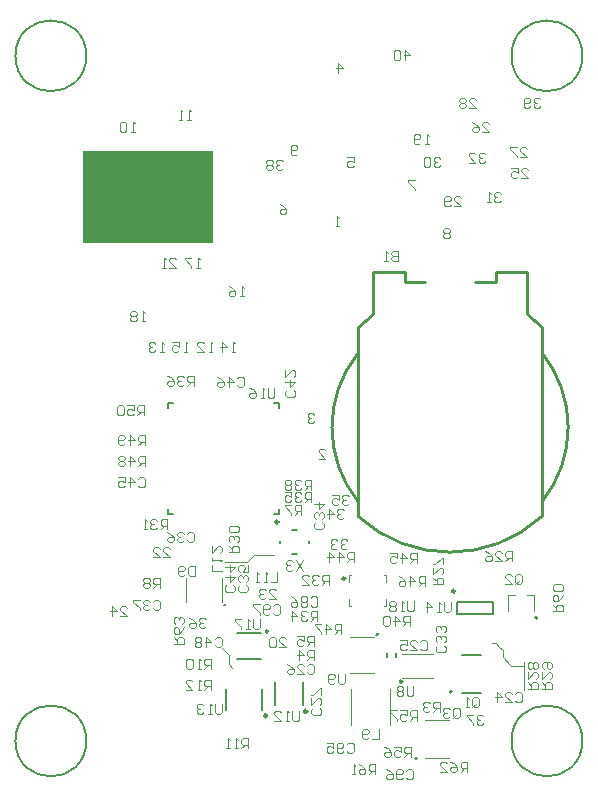
<source format=gbo>
G04*
G04 #@! TF.GenerationSoftware,Altium Limited,Altium Designer,19.1.5 (86)*
G04*
G04 Layer_Color=32896*
%FSLAX44Y44*%
%MOMM*%
G71*
G01*
G75*
%ADD10C,0.1500*%
%ADD11C,0.2500*%
%ADD12C,0.2540*%
%ADD15C,0.2000*%
%ADD16C,0.1000*%
%ADD18C,0.1200*%
%ADD205C,0.2400*%
%ADD206R,11.0000X7.7500*%
D10*
X388500Y112750D02*
X404500D01*
X388500Y80750D02*
X404500D01*
D11*
X382250Y166750D02*
G03*
X382250Y166750I-1250J0D01*
G01*
X232650Y225350D02*
G03*
X232650Y225350I-1250J0D01*
G01*
D12*
X337500Y90500D02*
G03*
X337500Y90500I-1000J0D01*
G01*
X300000Y230251D02*
G03*
X455751Y230011I78006J84502D01*
G01*
X300000Y368251D02*
G03*
X300000Y242751I78477J-62750D01*
G01*
X456000Y242751D02*
G03*
X456000Y368251I-78477J62750D01*
G01*
X187559Y155000D02*
G03*
X187559Y155000I-559J0D01*
G01*
X316559Y130250D02*
G03*
X316559Y130250I-559J0D01*
G01*
X222800Y61280D02*
G03*
X222800Y61280I-1270J0D01*
G01*
X257050Y65000D02*
G03*
X257050Y65000I-1300J0D01*
G01*
X224000Y133000D02*
G03*
X224000Y133000I-1000J0D01*
G01*
X443032Y401288D02*
X456000Y390012D01*
Y230251D02*
Y390012D01*
X443032Y401288D02*
Y437251D01*
X443000D02*
X443032D01*
X443000D02*
Y437251D01*
X416500D02*
X443000D01*
X416500Y428251D02*
Y437251D01*
X399000Y428251D02*
X416500D01*
X339500D02*
X357000D01*
X339500D02*
Y437251D01*
X313000Y437251D02*
X339500D01*
X313000Y437251D02*
Y437251D01*
X312968Y437251D02*
X313000D01*
X312968Y401288D02*
Y437251D01*
X300000Y230251D02*
Y390012D01*
X312968Y401288D01*
D15*
X452000Y144250D02*
G03*
X452000Y144250I-1000J0D01*
G01*
X70000Y40000D02*
G03*
X70000Y40000I-30000J0D01*
G01*
X490000D02*
G03*
X490000Y40000I-30000J0D01*
G01*
X70000Y620000D02*
G03*
X70000Y620000I-30000J0D01*
G01*
X490000D02*
G03*
X490000Y620000I-30000J0D01*
G01*
X379720Y81510D02*
G03*
X379720Y81510I-1000J0D01*
G01*
X350000Y25000D02*
G03*
X350000Y25000I-1000J0D01*
G01*
X218990Y66360D02*
Y84140D01*
X188510Y66360D02*
Y84140D01*
X253750Y70000D02*
Y90000D01*
X229750Y70000D02*
Y90000D01*
X324500Y111250D02*
Y114250D01*
X332000Y111250D02*
Y114250D01*
X383500Y147500D02*
X414500D01*
X383500Y157500D02*
X414500D01*
Y147500D02*
Y157500D01*
X383500Y147500D02*
Y157500D01*
X198000Y109000D02*
X218000D01*
X198000Y131000D02*
X218000D01*
X228750Y231850D02*
X232900D01*
Y236000D01*
Y321500D02*
Y325650D01*
X228750D02*
X232900D01*
X139100D02*
X143250D01*
X139100Y321500D02*
Y325650D01*
Y231850D02*
X143250D01*
X139100D02*
Y236000D01*
X244500Y198250D02*
X248500D01*
X258500Y207250D02*
Y209250D01*
X244500Y218250D02*
X248500D01*
X234000Y207250D02*
Y209250D01*
D16*
X449000Y150250D02*
Y163250D01*
X427000Y150250D02*
Y163250D01*
X433000D01*
X443000Y163250D02*
X449000Y163250D01*
X337500Y93500D02*
X363500D01*
X337500Y113500D02*
X363500D01*
X184500Y157500D02*
Y177500D01*
X154500Y157500D02*
Y177500D01*
X293500Y97750D02*
X313500D01*
X293500Y127750D02*
X313500D01*
X190750Y104750D02*
X193750Y101750D01*
X187500Y191500D02*
X206250D01*
X212000Y197250D01*
X229250D01*
X429500Y103750D02*
X440250D01*
X416750Y122500D02*
X419750Y119500D01*
X422500Y110750D02*
X429500Y103750D01*
X440250Y83500D02*
Y106750D01*
Y92000D02*
Y106750D01*
X422500Y110750D02*
Y116750D01*
X419750Y119500D02*
X422500Y116750D01*
X185125Y118625D02*
X190750Y113000D01*
Y104750D02*
Y113000D01*
X327260Y53260D02*
Y83740D01*
X294240Y53260D02*
Y83740D01*
X413750Y122500D02*
X416750D01*
X292500Y154500D02*
Y160500D01*
Y154500D02*
X294000D01*
X322000Y180500D02*
X323500D01*
Y174500D02*
Y180500D01*
Y154500D02*
Y160500D01*
X322000Y154500D02*
X323500D01*
X292500Y180500D02*
X294000D01*
X292500Y174500D02*
Y180500D01*
X357000Y57500D02*
X377000D01*
X357000Y25500D02*
X377000D01*
D18*
X228335Y154081D02*
X229751Y155497D01*
X232584D01*
X234000Y154081D01*
Y148416D01*
X232584Y147000D01*
X229751D01*
X228335Y148416D01*
X225503D02*
X224086Y147000D01*
X221254D01*
X219838Y148416D01*
Y154081D01*
X221254Y155497D01*
X224086D01*
X225503Y154081D01*
Y152665D01*
X224086Y151249D01*
X219838D01*
X217006Y155497D02*
X211341D01*
Y154081D01*
X217006Y148416D01*
Y147000D01*
X144000Y122143D02*
X152497D01*
Y126392D01*
X151081Y127808D01*
X148248D01*
X146832Y126392D01*
Y122143D01*
Y124976D02*
X144000Y127808D01*
X152497Y136306D02*
X151081Y133473D01*
X148248Y130641D01*
X145416D01*
X144000Y132057D01*
Y134889D01*
X145416Y136306D01*
X146832D01*
X148248Y134889D01*
Y130641D01*
X151081Y139138D02*
X152497Y140554D01*
Y143387D01*
X151081Y144803D01*
X149665D01*
X148248Y143387D01*
Y141970D01*
Y143387D01*
X146832Y144803D01*
X145416D01*
X144000Y143387D01*
Y140554D01*
X145416Y139138D01*
X161750Y187997D02*
Y179500D01*
X157501D01*
X156085Y180916D01*
Y186581D01*
X157501Y187997D01*
X161750D01*
X153253Y180916D02*
X151837Y179500D01*
X149004D01*
X147588Y180916D01*
Y186581D01*
X149004Y187997D01*
X151837D01*
X153253Y186581D01*
Y185165D01*
X151837Y183749D01*
X147588D01*
X289000Y96997D02*
Y89916D01*
X287584Y88500D01*
X284751D01*
X283335Y89916D01*
Y96997D01*
X280503Y89916D02*
X279086Y88500D01*
X276254D01*
X274838Y89916D01*
Y95581D01*
X276254Y96997D01*
X279086D01*
X280503Y95581D01*
Y94165D01*
X279086Y92749D01*
X274838D01*
X349750Y57250D02*
Y65747D01*
X345501D01*
X344085Y64331D01*
Y61499D01*
X345501Y60082D01*
X349750D01*
X346918D02*
X344085Y57250D01*
X335588Y65747D02*
X341253D01*
Y61499D01*
X338420Y62915D01*
X337004D01*
X335588Y61499D01*
Y58666D01*
X337004Y57250D01*
X339837D01*
X341253Y58666D01*
X332756Y65747D02*
X327091D01*
Y64331D01*
X332756Y58666D01*
Y57250D01*
X345000Y26500D02*
Y34997D01*
X340751D01*
X339335Y33581D01*
Y30749D01*
X340751Y29332D01*
X345000D01*
X342168D02*
X339335Y26500D01*
X330838Y34997D02*
X336503D01*
Y30749D01*
X333670Y32165D01*
X332254D01*
X330838Y30749D01*
Y27916D01*
X332254Y26500D01*
X335087D01*
X336503Y27916D01*
X322341Y34997D02*
X325173Y33581D01*
X328005Y30749D01*
Y27916D01*
X326589Y26500D01*
X323757D01*
X322341Y27916D01*
Y29332D01*
X323757Y30749D01*
X328005D01*
X380835Y61166D02*
Y66831D01*
X382251Y68247D01*
X385084D01*
X386500Y66831D01*
Y61166D01*
X385084Y59750D01*
X382251D01*
X383668Y62583D02*
X380835Y59750D01*
X382251D02*
X380835Y61166D01*
X378003Y66831D02*
X376586Y68247D01*
X373754D01*
X372338Y66831D01*
Y65415D01*
X373754Y63999D01*
X375170D01*
X373754D01*
X372338Y62583D01*
Y61166D01*
X373754Y59750D01*
X376586D01*
X378003Y61166D01*
X433335Y174166D02*
Y179831D01*
X434751Y181247D01*
X437584D01*
X439000Y179831D01*
Y174166D01*
X437584Y172750D01*
X434751D01*
X436168Y175582D02*
X433335Y172750D01*
X434751D02*
X433335Y174166D01*
X424838Y172750D02*
X430503D01*
X424838Y178415D01*
Y179831D01*
X426254Y181247D01*
X429086D01*
X430503Y179831D01*
X340251Y616250D02*
Y624747D01*
X344500Y620499D01*
X338835D01*
X336003Y623331D02*
X334586Y624747D01*
X331754D01*
X330338Y623331D01*
Y617666D01*
X331754Y616250D01*
X334586D01*
X336003Y617666D01*
Y623331D01*
X454500Y583081D02*
X453084Y584497D01*
X450251D01*
X448835Y583081D01*
Y581665D01*
X450251Y580249D01*
X451668D01*
X450251D01*
X448835Y578832D01*
Y577416D01*
X450251Y576000D01*
X453084D01*
X454500Y577416D01*
X446003D02*
X444586Y576000D01*
X441754D01*
X440338Y577416D01*
Y583081D01*
X441754Y584497D01*
X444586D01*
X446003Y583081D01*
Y581665D01*
X444586Y580249D01*
X440338D01*
X171250Y142831D02*
X169834Y144247D01*
X167001D01*
X165585Y142831D01*
Y141415D01*
X167001Y139999D01*
X168418D01*
X167001D01*
X165585Y138582D01*
Y137166D01*
X167001Y135750D01*
X169834D01*
X171250Y137166D01*
X157088Y144247D02*
X159920Y142831D01*
X162753Y139999D01*
Y137166D01*
X161336Y135750D01*
X158504D01*
X157088Y137166D01*
Y138582D01*
X158504Y139999D01*
X162753D01*
X292500Y247081D02*
X291084Y248497D01*
X288251D01*
X286835Y247081D01*
Y245665D01*
X288251Y244249D01*
X289668D01*
X288251D01*
X286835Y242832D01*
Y241416D01*
X288251Y240000D01*
X291084D01*
X292500Y241416D01*
X278338Y248497D02*
X284003D01*
Y244249D01*
X281170Y245665D01*
X279754D01*
X278338Y244249D01*
Y241416D01*
X279754Y240000D01*
X282586D01*
X284003Y241416D01*
X291000Y209331D02*
X289584Y210747D01*
X286751D01*
X285335Y209331D01*
Y207915D01*
X286751Y206499D01*
X288168D01*
X286751D01*
X285335Y205082D01*
Y203666D01*
X286751Y202250D01*
X289584D01*
X291000Y203666D01*
X282503Y209331D02*
X281087Y210747D01*
X278254D01*
X276838Y209331D01*
Y207915D01*
X278254Y206499D01*
X279670D01*
X278254D01*
X276838Y205082D01*
Y203666D01*
X278254Y202250D01*
X281087D01*
X282503Y203666D01*
X408000Y536581D02*
X406584Y537997D01*
X403751D01*
X402335Y536581D01*
Y535165D01*
X403751Y533749D01*
X405168D01*
X403751D01*
X402335Y532332D01*
Y530916D01*
X403751Y529500D01*
X406584D01*
X408000Y530916D01*
X393838Y529500D02*
X399503D01*
X393838Y535165D01*
Y536581D01*
X395254Y537997D01*
X398087D01*
X399503Y536581D01*
X420750Y503081D02*
X419334Y504497D01*
X416501D01*
X415085Y503081D01*
Y501665D01*
X416501Y500249D01*
X417918D01*
X416501D01*
X415085Y498832D01*
Y497416D01*
X416501Y496000D01*
X419334D01*
X420750Y497416D01*
X412253Y496000D02*
X409420D01*
X410836D01*
Y504497D01*
X412253Y503081D01*
X369750Y533081D02*
X368334Y534497D01*
X365501D01*
X364085Y533081D01*
Y531665D01*
X365501Y530249D01*
X366918D01*
X365501D01*
X364085Y528832D01*
Y527416D01*
X365501Y526000D01*
X368334D01*
X369750Y527416D01*
X361253Y533081D02*
X359837Y534497D01*
X357004D01*
X355588Y533081D01*
Y527416D01*
X357004Y526000D01*
X359837D01*
X361253Y527416D01*
Y533081D01*
X381335Y492500D02*
X387000D01*
X381335Y498165D01*
Y499581D01*
X382751Y500997D01*
X385584D01*
X387000Y499581D01*
X378503Y493916D02*
X377086Y492500D01*
X374254D01*
X372838Y493916D01*
Y499581D01*
X374254Y500997D01*
X377086D01*
X378503Y499581D01*
Y498165D01*
X377086Y496749D01*
X372838D01*
X394085Y575750D02*
X399750D01*
X394085Y581415D01*
Y582831D01*
X395501Y584247D01*
X398334D01*
X399750Y582831D01*
X391253D02*
X389837Y584247D01*
X387004D01*
X385588Y582831D01*
Y581415D01*
X387004Y579999D01*
X385588Y578582D01*
Y577166D01*
X387004Y575750D01*
X389837D01*
X391253Y577166D01*
Y578582D01*
X389837Y579999D01*
X391253Y581415D01*
Y582831D01*
X389837Y579999D02*
X387004D01*
X437585Y534000D02*
X443250D01*
X437585Y539665D01*
Y541081D01*
X439001Y542497D01*
X441834D01*
X443250Y541081D01*
X434753Y542497D02*
X429088D01*
Y541081D01*
X434753Y535416D01*
Y534000D01*
X405085Y555500D02*
X410750D01*
X405085Y561165D01*
Y562581D01*
X406501Y563997D01*
X409334D01*
X410750Y562581D01*
X396588Y563997D02*
X399420Y562581D01*
X402253Y559749D01*
Y556916D01*
X400836Y555500D01*
X398004D01*
X396588Y556916D01*
Y558332D01*
X398004Y559749D01*
X402253D01*
X438335Y516500D02*
X444000D01*
X438335Y522165D01*
Y523581D01*
X439751Y524997D01*
X442584D01*
X444000Y523581D01*
X429838Y524997D02*
X435503D01*
Y520749D01*
X432670Y522165D01*
X431254D01*
X429838Y520749D01*
Y517916D01*
X431254Y516500D01*
X434086D01*
X435503Y517916D01*
X155500Y369500D02*
X152668D01*
X154084D01*
Y377997D01*
X155500Y376581D01*
X142754Y377997D02*
X148419D01*
Y373749D01*
X145587Y375165D01*
X144170D01*
X142754Y373749D01*
Y370916D01*
X144170Y369500D01*
X147003D01*
X148419Y370916D01*
X196000Y369500D02*
X193168D01*
X194584D01*
Y377997D01*
X196000Y376581D01*
X184670Y369500D02*
Y377997D01*
X188919Y373749D01*
X183254D01*
X135500Y369250D02*
X132668D01*
X134084D01*
Y377747D01*
X135500Y376331D01*
X128419D02*
X127003Y377747D01*
X124170D01*
X122754Y376331D01*
Y374915D01*
X124170Y373499D01*
X125587D01*
X124170D01*
X122754Y372082D01*
Y370666D01*
X124170Y369250D01*
X127003D01*
X128419Y370666D01*
X176750Y369500D02*
X173918D01*
X175334D01*
Y377997D01*
X176750Y376581D01*
X164004Y369500D02*
X169669D01*
X164004Y375165D01*
Y376581D01*
X165420Y377997D01*
X168253D01*
X169669Y376581D01*
X158500Y566000D02*
X155668D01*
X157084D01*
Y574498D01*
X158500Y573081D01*
X151419Y566000D02*
X148587D01*
X150003D01*
Y574498D01*
X151419Y573081D01*
X111000Y555750D02*
X108168D01*
X109584D01*
Y564247D01*
X111000Y562831D01*
X103919D02*
X102503Y564247D01*
X99670D01*
X98254Y562831D01*
Y557166D01*
X99670Y555750D01*
X102503D01*
X103919Y557166D01*
Y562831D01*
X263000Y316081D02*
X261584Y317497D01*
X258751D01*
X257335Y316081D01*
Y314665D01*
X258751Y313249D01*
X260168D01*
X258751D01*
X257335Y311832D01*
Y310416D01*
X258751Y309000D01*
X261584D01*
X263000Y310416D01*
X98585Y145500D02*
X104250D01*
X98585Y151165D01*
Y152581D01*
X100001Y153997D01*
X102834D01*
X104250Y152581D01*
X91504Y145500D02*
Y153997D01*
X95753Y149749D01*
X90088D01*
X225085Y160500D02*
X230750D01*
X225085Y166165D01*
Y167581D01*
X226501Y168997D01*
X229334D01*
X230750Y167581D01*
X222253D02*
X220837Y168997D01*
X218004D01*
X216588Y167581D01*
Y166165D01*
X218004Y164749D01*
X219420D01*
X218004D01*
X216588Y163332D01*
Y161916D01*
X218004Y160500D01*
X220837D01*
X222253Y161916D01*
X265750Y141750D02*
Y150247D01*
X261501D01*
X260085Y148831D01*
Y145999D01*
X261501Y144582D01*
X265750D01*
X262918D02*
X260085Y141750D01*
X257253Y148831D02*
X255837Y150247D01*
X253004D01*
X251588Y148831D01*
Y147415D01*
X253004Y145999D01*
X254420D01*
X253004D01*
X251588Y144582D01*
Y143166D01*
X253004Y141750D01*
X255837D01*
X257253Y143166D01*
X244507Y141750D02*
Y150247D01*
X248755Y145999D01*
X243091D01*
X333750Y454748D02*
Y446250D01*
X329501D01*
X328085Y447667D01*
Y449083D01*
X329501Y450499D01*
X333750D01*
X329501D01*
X328085Y451915D01*
Y453332D01*
X329501Y454748D01*
X333750D01*
X325253Y446250D02*
X322420D01*
X323837D01*
Y454748D01*
X325253Y453332D01*
X284000Y476000D02*
X281168D01*
X282584D01*
Y484497D01*
X284000Y483081D01*
X266835Y279000D02*
X272500D01*
X266835Y284665D01*
Y286081D01*
X268251Y287497D01*
X271084D01*
X272500Y286081D01*
X282751Y605750D02*
Y614247D01*
X287000Y609999D01*
X281335D01*
X291085Y533997D02*
X296750D01*
Y529749D01*
X293918Y531165D01*
X292501D01*
X291085Y529749D01*
Y526916D01*
X292501Y525500D01*
X295334D01*
X296750Y526916D01*
X233835Y494497D02*
X236668Y493081D01*
X239500Y490249D01*
Y487416D01*
X238084Y486000D01*
X235251D01*
X233835Y487416D01*
Y488833D01*
X235251Y490249D01*
X239500D01*
X348250Y514497D02*
X342585D01*
Y513081D01*
X348250Y507416D01*
Y506000D01*
X378000Y472581D02*
X376584Y473997D01*
X373751D01*
X372335Y472581D01*
Y471165D01*
X373751Y469749D01*
X372335Y468332D01*
Y466916D01*
X373751Y465500D01*
X376584D01*
X378000Y466916D01*
Y468332D01*
X376584Y469749D01*
X378000Y471165D01*
Y472581D01*
X376584Y469749D02*
X373751D01*
X248750Y537166D02*
X247334Y535750D01*
X244501D01*
X243085Y537166D01*
Y542831D01*
X244501Y544247D01*
X247334D01*
X248750Y542831D01*
Y541415D01*
X247334Y539999D01*
X243085D01*
X203250Y416250D02*
X200418D01*
X201834D01*
Y424747D01*
X203250Y423331D01*
X190504Y424747D02*
X193337Y423331D01*
X196169Y420499D01*
Y417666D01*
X194753Y416250D01*
X191920D01*
X190504Y417666D01*
Y419083D01*
X191920Y420499D01*
X196169D01*
X166000Y440750D02*
X163168D01*
X164584D01*
Y449247D01*
X166000Y447831D01*
X158919Y449247D02*
X153254D01*
Y447831D01*
X158919Y442166D01*
Y440750D01*
X119750Y395250D02*
X116917D01*
X118334D01*
Y403747D01*
X119750Y402331D01*
X112669D02*
X111253Y403747D01*
X108420D01*
X107004Y402331D01*
Y400915D01*
X108420Y399499D01*
X107004Y398082D01*
Y396666D01*
X108420Y395250D01*
X111253D01*
X112669Y396666D01*
Y398082D01*
X111253Y399499D01*
X112669Y400915D01*
Y402331D01*
X111253Y399499D02*
X108420D01*
X360000Y545000D02*
X357168D01*
X358584D01*
Y553497D01*
X360000Y552081D01*
X352919Y546416D02*
X351503Y545000D01*
X348670D01*
X347254Y546416D01*
Y552081D01*
X348670Y553497D01*
X351503D01*
X352919Y552081D01*
Y550665D01*
X351503Y549249D01*
X347254D01*
X233335Y119250D02*
X239000D01*
X233335Y124915D01*
Y126331D01*
X234751Y127747D01*
X237584D01*
X239000Y126331D01*
X230503D02*
X229087Y127747D01*
X226254D01*
X224838Y126331D01*
Y120666D01*
X226254Y119250D01*
X229087D01*
X230503Y120666D01*
Y126331D01*
X140085Y440750D02*
X145750D01*
X140085Y446415D01*
Y447831D01*
X141501Y449247D01*
X144334D01*
X145750Y447831D01*
X137253Y440750D02*
X134420D01*
X135837D01*
Y449247D01*
X137253Y447831D01*
X433335Y79581D02*
X434751Y80997D01*
X437584D01*
X439000Y79581D01*
Y73916D01*
X437584Y72500D01*
X434751D01*
X433335Y73916D01*
X424838Y72500D02*
X430503D01*
X424838Y78165D01*
Y79581D01*
X426254Y80997D01*
X429086D01*
X430503Y79581D01*
X417757Y72500D02*
Y80997D01*
X422006Y76749D01*
X416341D01*
X352835Y123831D02*
X354251Y125247D01*
X357084D01*
X358500Y123831D01*
Y118166D01*
X357084Y116750D01*
X354251D01*
X352835Y118166D01*
X344338Y116750D02*
X350003D01*
X344338Y122415D01*
Y123831D01*
X345754Y125247D01*
X348587D01*
X350003Y123831D01*
X335841Y125247D02*
X341506D01*
Y120999D01*
X338673Y122415D01*
X337257D01*
X335841Y120999D01*
Y118166D01*
X337257Y116750D01*
X340089D01*
X341506Y118166D01*
X256835Y103581D02*
X258251Y104997D01*
X261084D01*
X262500Y103581D01*
Y97916D01*
X261084Y96500D01*
X258251D01*
X256835Y97916D01*
X248338Y96500D02*
X254003D01*
X248338Y102165D01*
Y103581D01*
X249754Y104997D01*
X252586D01*
X254003Y103581D01*
X239841Y104997D02*
X242673Y103581D01*
X245506Y100749D01*
Y97916D01*
X244089Y96500D01*
X241257D01*
X239841Y97916D01*
Y99333D01*
X241257Y100749D01*
X245506D01*
X267581Y67665D02*
X268997Y66249D01*
Y63416D01*
X267581Y62000D01*
X261916D01*
X260500Y63416D01*
Y66249D01*
X261916Y67665D01*
X260500Y76162D02*
Y70497D01*
X266165Y76162D01*
X267581D01*
X268997Y74746D01*
Y71914D01*
X267581Y70497D01*
X268997Y78995D02*
Y84660D01*
X267581D01*
X261916Y78995D01*
X260500D01*
X367169Y120665D02*
X365753Y119249D01*
Y116416D01*
X367169Y115000D01*
X372834D01*
X374250Y116416D01*
Y119249D01*
X372834Y120665D01*
X367169Y123497D02*
X365753Y124914D01*
Y127746D01*
X367169Y129162D01*
X368585D01*
X370001Y127746D01*
Y126330D01*
Y127746D01*
X371418Y129162D01*
X372834D01*
X374250Y127746D01*
Y124914D01*
X372834Y123497D01*
X367169Y131994D02*
X365753Y133411D01*
Y136243D01*
X367169Y137659D01*
X368585D01*
X370001Y136243D01*
Y134827D01*
Y136243D01*
X371418Y137659D01*
X372834D01*
X374250Y136243D01*
Y133411D01*
X372834Y131994D01*
X269831Y225165D02*
X271247Y223749D01*
Y220916D01*
X269831Y219500D01*
X264166D01*
X262750Y220916D01*
Y223749D01*
X264166Y225165D01*
X269831Y227997D02*
X271247Y229414D01*
Y232246D01*
X269831Y233662D01*
X268415D01*
X266999Y232246D01*
Y230830D01*
Y232246D01*
X265582Y233662D01*
X264166D01*
X262750Y232246D01*
Y229414D01*
X264166Y227997D01*
X262750Y240743D02*
X271247D01*
X266999Y236495D01*
Y242159D01*
X205581Y171915D02*
X206997Y170499D01*
Y167666D01*
X205581Y166250D01*
X199916D01*
X198500Y167666D01*
Y170499D01*
X199916Y171915D01*
X205581Y174747D02*
X206997Y176164D01*
Y178996D01*
X205581Y180412D01*
X204165D01*
X202749Y178996D01*
Y177580D01*
Y178996D01*
X201332Y180412D01*
X199916D01*
X198500Y178996D01*
Y176164D01*
X199916Y174747D01*
X206997Y188909D02*
Y183244D01*
X202749D01*
X204165Y186077D01*
Y187493D01*
X202749Y188909D01*
X199916D01*
X198500Y187493D01*
Y184661D01*
X199916Y183244D01*
X155335Y215581D02*
X156751Y216997D01*
X159584D01*
X161000Y215581D01*
Y209916D01*
X159584Y208500D01*
X156751D01*
X155335Y209916D01*
X152503Y215581D02*
X151087Y216997D01*
X148254D01*
X146838Y215581D01*
Y214165D01*
X148254Y212749D01*
X149670D01*
X148254D01*
X146838Y211332D01*
Y209916D01*
X148254Y208500D01*
X151087D01*
X152503Y209916D01*
X138341Y216997D02*
X141173Y215581D01*
X144005Y212749D01*
Y209916D01*
X142589Y208500D01*
X139757D01*
X138341Y209916D01*
Y211332D01*
X139757Y212749D01*
X144005D01*
X126835Y157831D02*
X128252Y159247D01*
X131084D01*
X132500Y157831D01*
Y152166D01*
X131084Y150750D01*
X128252D01*
X126835Y152166D01*
X124003Y157831D02*
X122587Y159247D01*
X119754D01*
X118338Y157831D01*
Y156415D01*
X119754Y154999D01*
X121171D01*
X119754D01*
X118338Y153582D01*
Y152166D01*
X119754Y150750D01*
X122587D01*
X124003Y152166D01*
X115506Y159247D02*
X109841D01*
Y157831D01*
X115506Y152166D01*
Y150750D01*
X245581Y336915D02*
X246997Y335499D01*
Y332666D01*
X245581Y331250D01*
X239916D01*
X238500Y332666D01*
Y335499D01*
X239916Y336915D01*
X238500Y343996D02*
X246997D01*
X242749Y339747D01*
Y345412D01*
X238500Y353909D02*
Y348245D01*
X244165Y353909D01*
X245581D01*
X246997Y352493D01*
Y349661D01*
X245581Y348245D01*
X194331Y171915D02*
X195747Y170499D01*
Y167666D01*
X194331Y166250D01*
X188666D01*
X187250Y167666D01*
Y170499D01*
X188666Y171915D01*
X187250Y178996D02*
X195747D01*
X191499Y174747D01*
Y180412D01*
X187250Y187493D02*
X195747D01*
X191499Y183244D01*
Y188909D01*
X113835Y261831D02*
X115251Y263247D01*
X118084D01*
X119500Y261831D01*
Y256166D01*
X118084Y254750D01*
X115251D01*
X113835Y256166D01*
X106754Y254750D02*
Y263247D01*
X111003Y258999D01*
X105338D01*
X96841Y263247D02*
X102506D01*
Y258999D01*
X99673Y260415D01*
X98257D01*
X96841Y258999D01*
Y256166D01*
X98257Y254750D01*
X101089D01*
X102506Y256166D01*
X197585Y346831D02*
X199001Y348247D01*
X201834D01*
X203250Y346831D01*
Y341166D01*
X201834Y339750D01*
X199001D01*
X197585Y341166D01*
X190504Y339750D02*
Y348247D01*
X194753Y343999D01*
X189088D01*
X180591Y348247D02*
X183423Y346831D01*
X186255Y343999D01*
Y341166D01*
X184839Y339750D01*
X182007D01*
X180591Y341166D01*
Y342582D01*
X182007Y343999D01*
X186255D01*
X178835Y126581D02*
X180251Y127997D01*
X183084D01*
X184500Y126581D01*
Y120916D01*
X183084Y119500D01*
X180251D01*
X178835Y120916D01*
X171754Y119500D02*
Y127997D01*
X176003Y123749D01*
X170338D01*
X167505Y126581D02*
X166089Y127997D01*
X163257D01*
X161841Y126581D01*
Y125165D01*
X163257Y123749D01*
X161841Y122332D01*
Y120916D01*
X163257Y119500D01*
X166089D01*
X167505Y120916D01*
Y122332D01*
X166089Y123749D01*
X167505Y125165D01*
Y126581D01*
X166089Y123749D02*
X163257D01*
X260085Y160831D02*
X261501Y162247D01*
X264334D01*
X265750Y160831D01*
Y155166D01*
X264334Y153750D01*
X261501D01*
X260085Y155166D01*
X257253Y160831D02*
X255837Y162247D01*
X253004D01*
X251588Y160831D01*
Y159415D01*
X253004Y157999D01*
X251588Y156582D01*
Y155166D01*
X253004Y153750D01*
X255837D01*
X257253Y155166D01*
Y156582D01*
X255837Y157999D01*
X257253Y159415D01*
Y160831D01*
X255837Y157999D02*
X253004D01*
X243091Y162247D02*
X245923Y160831D01*
X248755Y157999D01*
Y155166D01*
X247339Y153750D01*
X244507D01*
X243091Y155166D01*
Y156582D01*
X244507Y157999D01*
X248755D01*
X317500Y49997D02*
Y41500D01*
X311835D01*
X309003Y42916D02*
X307587Y41500D01*
X304754D01*
X303338Y42916D01*
Y48581D01*
X304754Y49997D01*
X307587D01*
X309003Y48581D01*
Y47165D01*
X307587Y45749D01*
X303338D01*
X231750Y182997D02*
Y174500D01*
X226085D01*
X223253D02*
X220420D01*
X221836D01*
Y182997D01*
X223253Y181581D01*
X216172Y174500D02*
X213339D01*
X214755D01*
Y182997D01*
X216172Y181581D01*
X184747Y183500D02*
X176250D01*
Y189165D01*
Y191997D02*
Y194830D01*
Y193414D01*
X184747D01*
X183331Y191997D01*
X176250Y204743D02*
Y199078D01*
X181915Y204743D01*
X183331D01*
X184747Y203327D01*
Y200494D01*
X183331Y199078D01*
X396835Y70166D02*
Y75831D01*
X398251Y77247D01*
X401084D01*
X402500Y75831D01*
Y70166D01*
X401084Y68750D01*
X398251D01*
X399668Y71582D02*
X396835Y68750D01*
X398251D02*
X396835Y70166D01*
X394003Y68750D02*
X391170D01*
X392587D01*
Y77247D01*
X394003Y75831D01*
X369500Y64750D02*
Y73247D01*
X365251D01*
X363835Y71831D01*
Y68999D01*
X365251Y67583D01*
X369500D01*
X366668D02*
X363835Y64750D01*
X361003Y71831D02*
X359587Y73247D01*
X356754D01*
X355338Y71831D01*
Y70415D01*
X356754Y68999D01*
X358170D01*
X356754D01*
X355338Y67583D01*
Y66166D01*
X356754Y64750D01*
X359587D01*
X361003Y66166D01*
X262500Y108250D02*
Y116747D01*
X258251D01*
X256835Y115331D01*
Y112499D01*
X258251Y111083D01*
X262500D01*
X259668D02*
X256835Y108250D01*
X249754D02*
Y116747D01*
X254003Y112499D01*
X248338D01*
X262500Y120500D02*
Y128997D01*
X258251D01*
X256835Y127581D01*
Y124749D01*
X258251Y123333D01*
X262500D01*
X259668D02*
X256835Y120500D01*
X248338Y128997D02*
X254003D01*
Y124749D01*
X251170Y126165D01*
X249754D01*
X248338Y124749D01*
Y121916D01*
X249754Y120500D01*
X252586D01*
X254003Y121916D01*
X252000Y231500D02*
Y239997D01*
X247751D01*
X246335Y238581D01*
Y235749D01*
X247751Y234332D01*
X252000D01*
X249168D02*
X246335Y231500D01*
X243503Y239997D02*
X237838D01*
Y238581D01*
X243503Y232916D01*
Y231500D01*
X132500Y169750D02*
Y178247D01*
X128251D01*
X126835Y176831D01*
Y173999D01*
X128251Y172582D01*
X132500D01*
X129668D02*
X126835Y169750D01*
X124003Y176831D02*
X122586Y178247D01*
X119754D01*
X118338Y176831D01*
Y175415D01*
X119754Y173999D01*
X118338Y172582D01*
Y171166D01*
X119754Y169750D01*
X122586D01*
X124003Y171166D01*
Y172582D01*
X122586Y173999D01*
X124003Y175415D01*
Y176831D01*
X122586Y173999D02*
X119754D01*
X175750Y101250D02*
Y109747D01*
X171501D01*
X170085Y108331D01*
Y105499D01*
X171501Y104082D01*
X175750D01*
X172917D02*
X170085Y101250D01*
X167253D02*
X164420D01*
X165837D01*
Y109747D01*
X167253Y108331D01*
X160172D02*
X158755Y109747D01*
X155923D01*
X154507Y108331D01*
Y102666D01*
X155923Y101250D01*
X158755D01*
X160172Y102666D01*
Y108331D01*
X207000Y33750D02*
Y42247D01*
X202751D01*
X201335Y40831D01*
Y37999D01*
X202751Y36583D01*
X207000D01*
X204168D02*
X201335Y33750D01*
X198503D02*
X195670D01*
X197087D01*
Y42247D01*
X198503Y40831D01*
X191422Y33750D02*
X188589D01*
X190005D01*
Y42247D01*
X191422Y40831D01*
X175500Y83250D02*
Y91747D01*
X171251D01*
X169835Y90331D01*
Y87499D01*
X171251Y86082D01*
X175500D01*
X172668D02*
X169835Y83250D01*
X167003D02*
X164170D01*
X165586D01*
Y91747D01*
X167003Y90331D01*
X154257Y83250D02*
X159922D01*
X154257Y88915D01*
Y90331D01*
X155673Y91747D01*
X158505D01*
X159922Y90331D01*
X430500Y192000D02*
Y200497D01*
X426251D01*
X424835Y199081D01*
Y196249D01*
X426251Y194832D01*
X430500D01*
X427668D02*
X424835Y192000D01*
X416338D02*
X422003D01*
X416338Y197665D01*
Y199081D01*
X417754Y200497D01*
X420587D01*
X422003Y199081D01*
X407841Y200497D02*
X410673Y199081D01*
X413506Y196249D01*
Y193416D01*
X412089Y192000D01*
X409257D01*
X407841Y193416D01*
Y194832D01*
X409257Y196249D01*
X413506D01*
X363750Y172500D02*
X372247D01*
Y176749D01*
X370831Y178165D01*
X367999D01*
X366582Y176749D01*
Y172500D01*
Y175332D02*
X363750Y178165D01*
Y186662D02*
Y180997D01*
X369415Y186662D01*
X370831D01*
X372247Y185246D01*
Y182414D01*
X370831Y180997D01*
X372247Y189494D02*
Y195159D01*
X370831D01*
X365166Y189494D01*
X363750D01*
X443750Y84000D02*
X452247D01*
Y88249D01*
X450831Y89665D01*
X447999D01*
X446582Y88249D01*
Y84000D01*
Y86832D02*
X443750Y89665D01*
Y98162D02*
Y92497D01*
X449415Y98162D01*
X450831D01*
X452247Y96746D01*
Y93913D01*
X450831Y92497D01*
Y100995D02*
X452247Y102411D01*
Y105243D01*
X450831Y106659D01*
X449415D01*
X447999Y105243D01*
X446582Y106659D01*
X445166D01*
X443750Y105243D01*
Y102411D01*
X445166Y100995D01*
X446582D01*
X447999Y102411D01*
X449415Y100995D01*
X450831D01*
X447999Y102411D02*
Y105243D01*
X455750Y84000D02*
X464247D01*
Y88249D01*
X462831Y89665D01*
X459999D01*
X458582Y88249D01*
Y84000D01*
Y86832D02*
X455750Y89665D01*
Y98162D02*
Y92497D01*
X461415Y98162D01*
X462831D01*
X464247Y96746D01*
Y93913D01*
X462831Y92497D01*
X457166Y100995D02*
X455750Y102411D01*
Y105243D01*
X457166Y106659D01*
X462831D01*
X464247Y105243D01*
Y102411D01*
X462831Y100995D01*
X461415D01*
X459999Y102411D01*
Y106659D01*
X190500Y199500D02*
X198997D01*
Y203749D01*
X197581Y205165D01*
X194749D01*
X193332Y203749D01*
Y199500D01*
Y202332D02*
X190500Y205165D01*
X197581Y207997D02*
X198997Y209414D01*
Y212246D01*
X197581Y213662D01*
X196165D01*
X194749Y212246D01*
Y210830D01*
Y212246D01*
X193332Y213662D01*
X191916D01*
X190500Y212246D01*
Y209414D01*
X191916Y207997D01*
X197581Y216495D02*
X198997Y217911D01*
Y220743D01*
X197581Y222159D01*
X191916D01*
X190500Y220743D01*
Y217911D01*
X191916Y216495D01*
X197581D01*
X138500Y219000D02*
Y227497D01*
X134251D01*
X132835Y226081D01*
Y223249D01*
X134251Y221832D01*
X138500D01*
X135668D02*
X132835Y219000D01*
X130003Y226081D02*
X128587Y227497D01*
X125754D01*
X124338Y226081D01*
Y224665D01*
X125754Y223249D01*
X127170D01*
X125754D01*
X124338Y221832D01*
Y220416D01*
X125754Y219000D01*
X128587D01*
X130003Y220416D01*
X121505Y219000D02*
X118673D01*
X120089D01*
Y227497D01*
X121505Y226081D01*
X275250Y172250D02*
Y180747D01*
X271001D01*
X269585Y179331D01*
Y176499D01*
X271001Y175082D01*
X275250D01*
X272418D02*
X269585Y172250D01*
X266753Y179331D02*
X265336Y180747D01*
X262504D01*
X261088Y179331D01*
Y177915D01*
X262504Y176499D01*
X263920D01*
X262504D01*
X261088Y175082D01*
Y173666D01*
X262504Y172250D01*
X265336D01*
X266753Y173666D01*
X252591Y172250D02*
X258256D01*
X252591Y177915D01*
Y179331D01*
X254007Y180747D01*
X256839D01*
X258256Y179331D01*
X346976Y86497D02*
Y79416D01*
X345560Y78000D01*
X342727D01*
X341311Y79416D01*
Y86497D01*
X338479Y85081D02*
X337062Y86497D01*
X334230D01*
X332814Y85081D01*
Y83665D01*
X334230Y82249D01*
X332814Y80832D01*
Y79416D01*
X334230Y78000D01*
X337062D01*
X338479Y79416D01*
Y80832D01*
X337062Y82249D01*
X338479Y83665D01*
Y85081D01*
X337062Y82249D02*
X334230D01*
X250250Y65497D02*
Y58416D01*
X248834Y57000D01*
X246001D01*
X244585Y58416D01*
Y65497D01*
X241753Y57000D02*
X238920D01*
X240336D01*
Y65497D01*
X241753Y64081D01*
X229007Y57000D02*
X234672D01*
X229007Y62665D01*
Y64081D01*
X230423Y65497D01*
X233256D01*
X234672Y64081D01*
X184750Y71497D02*
Y64416D01*
X183334Y63000D01*
X180501D01*
X179085Y64416D01*
Y71497D01*
X176253Y63000D02*
X173420D01*
X174837D01*
Y71497D01*
X176253Y70081D01*
X169172D02*
X167756Y71497D01*
X164923D01*
X163507Y70081D01*
Y68665D01*
X164923Y67249D01*
X166339D01*
X164923D01*
X163507Y65832D01*
Y64416D01*
X164923Y63000D01*
X167756D01*
X169172Y64416D01*
X378500Y157497D02*
Y150416D01*
X377084Y149000D01*
X374251D01*
X372835Y150416D01*
Y157497D01*
X370003Y149000D02*
X367170D01*
X368587D01*
Y157497D01*
X370003Y156081D01*
X358673Y149000D02*
Y157497D01*
X362922Y153249D01*
X357257D01*
X229250Y338997D02*
Y331916D01*
X227834Y330500D01*
X225001D01*
X223585Y331916D01*
Y338997D01*
X220753Y330500D02*
X217920D01*
X219336D01*
Y338997D01*
X220753Y337581D01*
X208007Y338997D02*
X210839Y337581D01*
X213672Y334749D01*
Y331916D01*
X212255Y330500D01*
X209423D01*
X208007Y331916D01*
Y333332D01*
X209423Y334749D01*
X213672D01*
X216750Y143247D02*
Y136166D01*
X215334Y134750D01*
X212501D01*
X211085Y136166D01*
Y143247D01*
X208253Y134750D02*
X205420D01*
X206837D01*
Y143247D01*
X208253Y141831D01*
X201172Y143247D02*
X195507D01*
Y141831D01*
X201172Y136166D01*
Y134750D01*
X347500Y158247D02*
Y151166D01*
X346084Y149750D01*
X343251D01*
X341835Y151166D01*
Y158247D01*
X339003Y149750D02*
X336170D01*
X337587D01*
Y158247D01*
X339003Y156831D01*
X331922D02*
X330505Y158247D01*
X327673D01*
X326257Y156831D01*
Y155415D01*
X327673Y153999D01*
X326257Y152582D01*
Y151166D01*
X327673Y149750D01*
X330505D01*
X331922Y151166D01*
Y152582D01*
X330505Y153999D01*
X331922Y155415D01*
Y156831D01*
X330505Y153999D02*
X327673D01*
X253500Y192747D02*
X247835Y184250D01*
Y192747D02*
X253500Y184250D01*
X245003Y191331D02*
X243587Y192747D01*
X240754D01*
X239338Y191331D01*
Y189915D01*
X240754Y188499D01*
X242170D01*
X240754D01*
X239338Y187083D01*
Y185666D01*
X240754Y184250D01*
X243587D01*
X245003Y185666D01*
X161250Y340750D02*
Y349248D01*
X157001D01*
X155585Y347831D01*
Y344999D01*
X157001Y343583D01*
X161250D01*
X158418D02*
X155585Y340750D01*
X152753Y347831D02*
X151337Y349248D01*
X148504D01*
X147088Y347831D01*
Y346415D01*
X148504Y344999D01*
X149920D01*
X148504D01*
X147088Y343583D01*
Y342166D01*
X148504Y340750D01*
X151337D01*
X152753Y342166D01*
X138591Y349248D02*
X141423Y347831D01*
X144256Y344999D01*
Y342166D01*
X142839Y340750D01*
X140007D01*
X138591Y342166D01*
Y343583D01*
X140007Y344999D01*
X144256D01*
X134835Y195500D02*
X140500D01*
X134835Y201165D01*
Y202581D01*
X136251Y203997D01*
X139084D01*
X140500Y202581D01*
X126338Y195500D02*
X132003D01*
X126338Y201165D01*
Y202581D01*
X127754Y203997D01*
X130587D01*
X132003Y202581D01*
X260500Y242250D02*
Y250747D01*
X256251D01*
X254835Y249331D01*
Y246499D01*
X256251Y245082D01*
X260500D01*
X257668D02*
X254835Y242250D01*
X252003Y249331D02*
X250586Y250747D01*
X247754D01*
X246338Y249331D01*
Y247915D01*
X247754Y246499D01*
X249170D01*
X247754D01*
X246338Y245082D01*
Y243666D01*
X247754Y242250D01*
X250586D01*
X252003Y243666D01*
X237841Y250747D02*
X243505D01*
Y246499D01*
X240673Y247915D01*
X239257D01*
X237841Y246499D01*
Y243666D01*
X239257Y242250D01*
X242089D01*
X243505Y243666D01*
X260500Y252750D02*
Y261247D01*
X256251D01*
X254835Y259831D01*
Y256999D01*
X256251Y255582D01*
X260500D01*
X257668D02*
X254835Y252750D01*
X252003Y259831D02*
X250586Y261247D01*
X247754D01*
X246338Y259831D01*
Y258415D01*
X247754Y256999D01*
X249170D01*
X247754D01*
X246338Y255582D01*
Y254166D01*
X247754Y252750D01*
X250586D01*
X252003Y254166D01*
X243505Y259831D02*
X242089Y261247D01*
X239257D01*
X237841Y259831D01*
Y258415D01*
X239257Y256999D01*
X237841Y255582D01*
Y254166D01*
X239257Y252750D01*
X242089D01*
X243505Y254166D01*
Y255582D01*
X242089Y256999D01*
X243505Y258415D01*
Y259831D01*
X242089Y256999D02*
X239257D01*
X343869Y137500D02*
Y145997D01*
X339621D01*
X338204Y144581D01*
Y141749D01*
X339621Y140332D01*
X343869D01*
X341037D02*
X338204Y137500D01*
X331123D02*
Y145997D01*
X335372Y141749D01*
X329707D01*
X326875Y144581D02*
X325458Y145997D01*
X322626D01*
X321210Y144581D01*
Y138916D01*
X322626Y137500D01*
X325458D01*
X326875Y138916D01*
Y144581D01*
X406213Y60732D02*
X404797Y62148D01*
X401964D01*
X400548Y60732D01*
Y59316D01*
X401964Y57899D01*
X403380D01*
X401964D01*
X400548Y56483D01*
Y55067D01*
X401964Y53651D01*
X404797D01*
X406213Y55067D01*
X397715Y62148D02*
X392051D01*
Y60732D01*
X397715Y55067D01*
Y53651D01*
X236254Y530732D02*
X234838Y532148D01*
X232006D01*
X230589Y530732D01*
Y529316D01*
X232006Y527900D01*
X233422D01*
X232006D01*
X230589Y526483D01*
Y525067D01*
X232006Y523651D01*
X234838D01*
X236254Y525067D01*
X227757Y530732D02*
X226341Y532148D01*
X223508D01*
X222092Y530732D01*
Y529316D01*
X223508Y527900D01*
X222092Y526483D01*
Y525067D01*
X223508Y523651D01*
X226341D01*
X227757Y525067D01*
Y526483D01*
X226341Y527900D01*
X227757Y529316D01*
Y530732D01*
X226341Y527900D02*
X223508D01*
X288000Y235081D02*
X286584Y236497D01*
X283751D01*
X282335Y235081D01*
Y233665D01*
X283751Y232249D01*
X285168D01*
X283751D01*
X282335Y230832D01*
Y229416D01*
X283751Y228000D01*
X286584D01*
X288000Y229416D01*
X275254Y228000D02*
Y236497D01*
X279503Y232249D01*
X273838D01*
X296500Y191500D02*
Y199997D01*
X292251D01*
X290835Y198581D01*
Y195749D01*
X292251Y194332D01*
X296500D01*
X293668D02*
X290835Y191500D01*
X283754D02*
Y199997D01*
X288003Y195749D01*
X282338D01*
X275257Y191500D02*
Y199997D01*
X279506Y195749D01*
X273841D01*
X350000Y190750D02*
Y199247D01*
X345751D01*
X344335Y197831D01*
Y194999D01*
X345751Y193582D01*
X350000D01*
X347168D02*
X344335Y190750D01*
X337254D02*
Y199247D01*
X341503Y194999D01*
X335838D01*
X327341Y199247D02*
X333005D01*
Y194999D01*
X330173Y196415D01*
X328757D01*
X327341Y194999D01*
Y192166D01*
X328757Y190750D01*
X331589D01*
X333005Y192166D01*
X357000Y170750D02*
Y179247D01*
X352752D01*
X351335Y177831D01*
Y174999D01*
X352752Y173582D01*
X357000D01*
X354168D02*
X351335Y170750D01*
X344254D02*
Y179247D01*
X348503Y174999D01*
X342838D01*
X334341Y179247D02*
X337173Y177831D01*
X340006Y174999D01*
Y172166D01*
X338589Y170750D01*
X335757D01*
X334341Y172166D01*
Y173582D01*
X335757Y174999D01*
X340006D01*
X286000Y130750D02*
Y139247D01*
X281751D01*
X280335Y137831D01*
Y134999D01*
X281751Y133582D01*
X286000D01*
X283168D02*
X280335Y130750D01*
X273254D02*
Y139247D01*
X277503Y134999D01*
X271838D01*
X269006Y139247D02*
X263341D01*
Y137831D01*
X269006Y132166D01*
Y130750D01*
X119750Y272750D02*
Y281247D01*
X115501D01*
X114085Y279831D01*
Y276999D01*
X115501Y275583D01*
X119750D01*
X116918D02*
X114085Y272750D01*
X107004D02*
Y281247D01*
X111253Y276999D01*
X105588D01*
X102755Y279831D02*
X101339Y281247D01*
X98507D01*
X97091Y279831D01*
Y278415D01*
X98507Y276999D01*
X97091Y275583D01*
Y274166D01*
X98507Y272750D01*
X101339D01*
X102755Y274166D01*
Y275583D01*
X101339Y276999D01*
X102755Y278415D01*
Y279831D01*
X101339Y276999D02*
X98507D01*
X119750Y290500D02*
Y298997D01*
X115501D01*
X114085Y297581D01*
Y294749D01*
X115501Y293333D01*
X119750D01*
X116918D02*
X114085Y290500D01*
X107004D02*
Y298997D01*
X111253Y294749D01*
X105588D01*
X102755Y291916D02*
X101339Y290500D01*
X98507D01*
X97091Y291916D01*
Y297581D01*
X98507Y298997D01*
X101339D01*
X102755Y297581D01*
Y296165D01*
X101339Y294749D01*
X97091D01*
X118750Y315500D02*
Y323997D01*
X114501D01*
X113085Y322581D01*
Y319749D01*
X114501Y318332D01*
X118750D01*
X115918D02*
X113085Y315500D01*
X104588Y323997D02*
X110253D01*
Y319749D01*
X107420Y321165D01*
X106004D01*
X104588Y319749D01*
Y316916D01*
X106004Y315500D01*
X108836D01*
X110253Y316916D01*
X101756Y322581D02*
X100339Y323997D01*
X97507D01*
X96091Y322581D01*
Y316916D01*
X97507Y315500D01*
X100339D01*
X101756Y316916D01*
Y322581D01*
X290585Y37081D02*
X292001Y38497D01*
X294834D01*
X296250Y37081D01*
Y31416D01*
X294834Y30000D01*
X292001D01*
X290585Y31416D01*
X287753D02*
X286336Y30000D01*
X283504D01*
X282088Y31416D01*
Y37081D01*
X283504Y38497D01*
X286336D01*
X287753Y37081D01*
Y35665D01*
X286336Y34249D01*
X282088D01*
X273591Y38497D02*
X279256D01*
Y34249D01*
X276423Y35665D01*
X275007D01*
X273591Y34249D01*
Y31416D01*
X275007Y30000D01*
X277839D01*
X279256Y31416D01*
X341085Y14581D02*
X342501Y15997D01*
X345334D01*
X346750Y14581D01*
Y8916D01*
X345334Y7500D01*
X342501D01*
X341085Y8916D01*
X338253D02*
X336837Y7500D01*
X334004D01*
X332588Y8916D01*
Y14581D01*
X334004Y15997D01*
X336837D01*
X338253Y14581D01*
Y13165D01*
X336837Y11749D01*
X332588D01*
X324091Y15997D02*
X326923Y14581D01*
X329756Y11749D01*
Y8916D01*
X328339Y7500D01*
X325507D01*
X324091Y8916D01*
Y10332D01*
X325507Y11749D01*
X329756D01*
X465250Y149750D02*
X473747D01*
Y153999D01*
X472331Y155415D01*
X469499D01*
X468083Y153999D01*
Y149750D01*
Y152582D02*
X465250Y155415D01*
X473747Y163912D02*
X472331Y161080D01*
X469499Y158247D01*
X466666D01*
X465250Y159663D01*
Y162496D01*
X466666Y163912D01*
X468083D01*
X469499Y162496D01*
Y158247D01*
X472331Y166744D02*
X473747Y168161D01*
Y170993D01*
X472331Y172409D01*
X466666D01*
X465250Y170993D01*
Y168161D01*
X466666Y166744D01*
X472331D01*
X314750Y12000D02*
Y20497D01*
X310501D01*
X309085Y19081D01*
Y16249D01*
X310501Y14832D01*
X314750D01*
X311918D02*
X309085Y12000D01*
X300588Y20497D02*
X303420Y19081D01*
X306253Y16249D01*
Y13416D01*
X304837Y12000D01*
X302004D01*
X300588Y13416D01*
Y14832D01*
X302004Y16249D01*
X306253D01*
X297756Y12000D02*
X294923D01*
X296339D01*
Y20497D01*
X297756Y19081D01*
X392500Y14000D02*
Y22497D01*
X388251D01*
X386835Y21081D01*
Y18249D01*
X388251Y16832D01*
X392500D01*
X389668D02*
X386835Y14000D01*
X378338Y22497D02*
X381170Y21081D01*
X384003Y18249D01*
Y15416D01*
X382587Y14000D01*
X379754D01*
X378338Y15416D01*
Y16832D01*
X379754Y18249D01*
X384003D01*
X369841Y14000D02*
X375505D01*
X369841Y19665D01*
Y21081D01*
X371257Y22497D01*
X374089D01*
X375505Y21081D01*
D205*
X289200Y177500D02*
G03*
X289200Y177500I-1200J0D01*
G01*
D206*
X122000Y500750D02*
D03*
M02*

</source>
